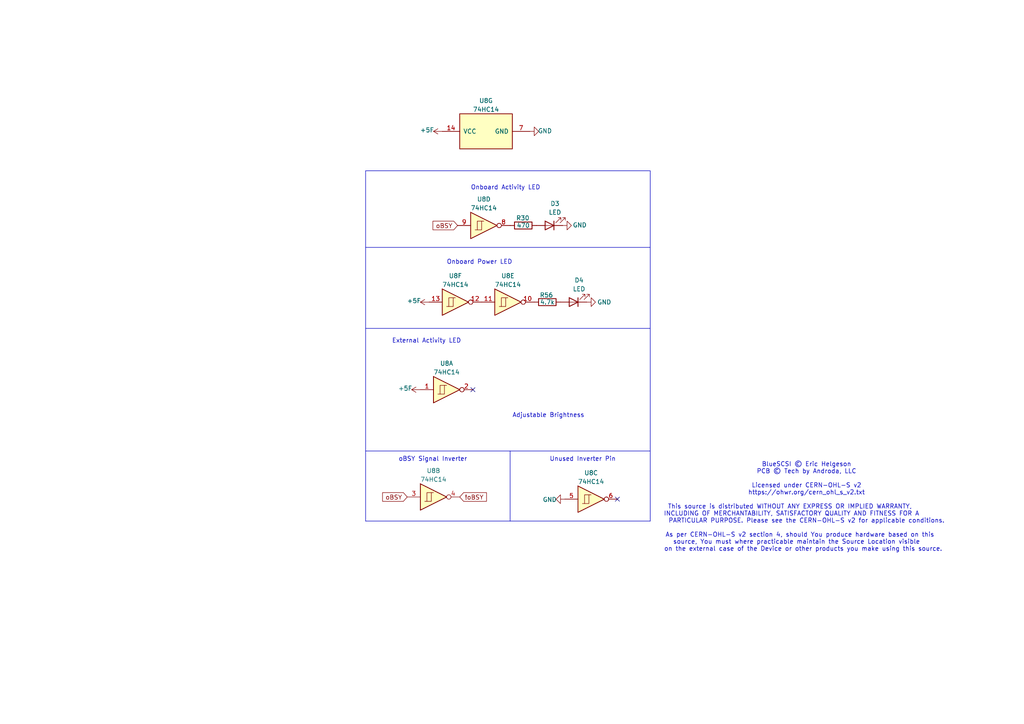
<source format=kicad_sch>
(kicad_sch (version 20231120) (generator "eeschema") (generator_version "8.0")
  (paper "A4")
  (title_block (title "BlueSCSI V2, Desktop 50 Pin, Top Connector, 2023.10a") (date "October 2023") (rev "1") (company "Tech by Androda, LLC"))
  (lib_symbols
    (symbol "74xx:74HC14" (pin_names (offset 1.016))
      (property "Reference" "U" (at 0 1.27 0))
      (property "Value" "74HC14" (at 0 -1.27 0))
      (symbol "74HC14_1_0"
        (polyline (pts (xy -3.81 3.81) (xy -3.81 -3.81) (xy 3.81 0) (xy -3.81 3.81)) (stroke (width 0.254)) (fill (type background)))
        (pin input line (at -7.62 0 0) (length 3.81) (name "~") (number "1"))
        (pin output inverted (at 7.62 0 180) (length 3.81) (name "~") (number "2"))
      )
      (symbol "74HC14_1_1"
        (polyline (pts (xy -1.905 -1.27) (xy -1.905 1.27) (xy -0.635 1.27)))
        (polyline (pts (xy -2.54 -1.27) (xy -0.635 -1.27) (xy -0.635 1.27) (xy 0 1.27)))
      )
      (symbol "74HC14_2_0"
        (polyline (pts (xy -3.81 3.81) (xy -3.81 -3.81) (xy 3.81 0) (xy -3.81 3.81)) (stroke (width 0.254)) (fill (type background)))
        (pin input line (at -7.62 0 0) (length 3.81) (name "~") (number "3"))
        (pin output inverted (at 7.62 0 180) (length 3.81) (name "~") (number "4"))
      )
      (symbol "74HC14_2_1"
        (polyline (pts (xy -1.905 -1.27) (xy -1.905 1.27) (xy -0.635 1.27)))
        (polyline (pts (xy -2.54 -1.27) (xy -0.635 -1.27) (xy -0.635 1.27) (xy 0 1.27)))
      )
      (symbol "74HC14_3_0"
        (polyline (pts (xy -3.81 3.81) (xy -3.81 -3.81) (xy 3.81 0) (xy -3.81 3.81)) (stroke (width 0.254)) (fill (type background)))
        (pin input line (at -7.62 0 0) (length 3.81) (name "~") (number "5"))
        (pin output inverted (at 7.62 0 180) (length 3.81) (name "~") (number "6"))
      )
      (symbol "74HC14_3_1"
        (polyline (pts (xy -1.905 -1.27) (xy -1.905 1.27) (xy -0.635 1.27)))
        (polyline (pts (xy -2.54 -1.27) (xy -0.635 -1.27) (xy -0.635 1.27) (xy 0 1.27)))
      )
      (symbol "74HC14_4_0"
        (polyline (pts (xy -3.81 3.81) (xy -3.81 -3.81) (xy 3.81 0) (xy -3.81 3.81)) (stroke (width 0.254)) (fill (type background)))
        (pin output inverted (at 7.62 0 180) (length 3.81) (name "~") (number "8"))
        (pin input line (at -7.62 0 0) (length 3.81) (name "~") (number "9"))
      )
      (symbol "74HC14_4_1"
        (polyline (pts (xy -1.905 -1.27) (xy -1.905 1.27) (xy -0.635 1.27)))
        (polyline (pts (xy -2.54 -1.27) (xy -0.635 -1.27) (xy -0.635 1.27) (xy 0 1.27)))
      )
      (symbol "74HC14_5_0"
        (polyline (pts (xy -3.81 3.81) (xy -3.81 -3.81) (xy 3.81 0) (xy -3.81 3.81)) (stroke (width 0.254)) (fill (type background)))
        (pin output inverted (at 7.62 0 180) (length 3.81) (name "~") (number "10"))
        (pin input line (at -7.62 0 0) (length 3.81) (name "~") (number "11"))
      )
      (symbol "74HC14_5_1"
        (polyline (pts (xy -1.905 -1.27) (xy -1.905 1.27) (xy -0.635 1.27)))
        (polyline (pts (xy -2.54 -1.27) (xy -0.635 -1.27) (xy -0.635 1.27) (xy 0 1.27)))
      )
      (symbol "74HC14_6_0"
        (polyline (pts (xy -3.81 3.81) (xy -3.81 -3.81) (xy 3.81 0) (xy -3.81 3.81)) (stroke (width 0.254)) (fill (type background)))
        (pin output inverted (at 7.62 0 180) (length 3.81) (name "~") (number "12"))
        (pin input line (at -7.62 0 0) (length 3.81) (name "~") (number "13"))
      )
      (symbol "74HC14_6_1"
        (polyline (pts (xy -1.905 -1.27) (xy -1.905 1.27) (xy -0.635 1.27)))
        (polyline (pts (xy -2.54 -1.27) (xy -0.635 -1.27) (xy -0.635 1.27) (xy 0 1.27)))
      )
      (symbol "74HC14_7_0"
        (pin power_in line (at 0 12.7 270) (length 5.08) (name "VCC") (number "14"))
        (pin power_in line (at 0 -12.7 90) (length 5.08) (name "GND") (number "7"))
      )
      (symbol "74HC14_7_1"
        (rectangle (start -5.08 7.62) (end 5.08 -7.62) (stroke (width 0.254)) (fill (type background)))
      )
    )
    (symbol "Device:LED" (pin_numbers hide) (pin_names (offset 1.016) hide)
      (property "Reference" "D" (at 0 2.54 0))
      (property "Value" "LED" (at 0 -2.54 0))
      (symbol "LED_0_1"
        (polyline (pts (xy -1.27 -1.27) (xy -1.27 1.27)) (stroke (width 0.254)))
        (polyline (pts (xy -1.27 0) (xy 1.27 0)))
        (polyline (pts (xy 1.27 -1.27) (xy 1.27 1.27) (xy -1.27 0) (xy 1.27 -1.27)) (stroke (width 0.254)))
        (polyline (pts (xy -3.048 -0.762) (xy -4.572 -2.286) (xy -3.81 -2.286) (xy -4.572 -2.286) (xy -4.572 -1.524)))
        (polyline (pts (xy -1.778 -0.762) (xy -3.302 -2.286) (xy -2.54 -2.286) (xy -3.302 -2.286) (xy -3.302 -1.524)))
      )
      (symbol "LED_1_1"
        (pin passive line (at -3.81 0 0) (length 2.54) (name "K") (number "1"))
        (pin passive line (at 3.81 0 180) (length 2.54) (name "A") (number "2"))
      )
    )
    (symbol "Device:R" (pin_numbers hide) (pin_names (offset 0))
      (property "Reference" "R" (at 2.032 0 90))
      (property "Value" "R" (at 0 0 90))
      (symbol "R_0_1"
        (rectangle (start -1.016 -2.54) (end 1.016 2.54) (stroke (width 0.254)))
      )
      (symbol "R_1_1"
        (pin passive line (at 0 3.81 270) (length 1.27) (name "~") (number "1"))
        (pin passive line (at 0 -3.81 90) (length 1.27) (name "~") (number "2"))
      )
    )
    (symbol "power:+5F" (power) (pin_names (offset 0))
      (property "Value" "+5F" (at 0 3.556 0))
      (symbol "+5F_0_1"
        (polyline (pts (xy -0.762 1.27) (xy 0 2.54)))
        (polyline (pts (xy 0 0) (xy 0 2.54)))
        (polyline (pts (xy 0 2.54) (xy 0.762 1.27)))
      )
      (symbol "+5F_1_1"
        (pin power_in line (at 0 0 90) (length 0) hide (name "+5F") (number "1"))
      )
    )
    (symbol "power:GND" (power) (pin_names (offset 0))
      (property "Value" "GND" (at 0 -3.81 0))
      (symbol "GND_0_1"
        (polyline (pts (xy 0 0) (xy 0 -1.27) (xy 1.27 -1.27) (xy 0 -2.54) (xy -1.27 -1.27) (xy 0 -1.27)))
      )
      (symbol "GND_1_1"
        (pin power_in line (at 0 0 270) (length 0) hide (name "GND") (number "1"))
      )
    )
  )
  (no_connect (at 137.16 113.03))
  (no_connect (at 179.07 144.78))
  (polyline (pts (xy 188.595 95.25) (xy 106.045 95.25)))
  (polyline (pts (xy 188.595 130.81) (xy 188.595 95.25)))
  (polyline (pts (xy 188.595 49.53) (xy 188.595 71.755)))
  (polyline (pts (xy 106.045 49.53) (xy 106.045 151.13)))
  (polyline (pts (xy 188.595 95.25) (xy 188.595 71.755)))
  (polyline (pts (xy 106.045 49.53) (xy 188.595 49.53)))
  (polyline (pts (xy 106.045 130.81) (xy 188.595 130.81)))
  (polyline (pts (xy 188.595 151.13) (xy 188.595 130.81)))
  (polyline (pts (xy 147.955 130.81) (xy 147.955 151.13)))
  (polyline (pts (xy 106.045 151.13) (xy 188.595 151.13)))
  (polyline (pts (xy 188.595 71.755) (xy 106.045 71.755)))
  (text "Onboard Power LED" (at 129.54 76.835 0) (effects (font (size 1.27 1.27)) (justify left bottom)))
  (text "Unused Inverter Pin" (at 159.385 133.985 0) (effects (font (size 1.27 1.27)) (justify left bottom)))
  (text "oBSY Signal Inverter" (at 115.57 133.985 0) (effects (font (size 1.27 1.27)) (justify left bottom)))
  (text "Onboard Activity LED" (at 136.525 55.245 0) (effects (font (size 1.27 1.27)) (justify left bottom)))
  (text "BlueSCSI © Eric Helgeson\nPCB © Tech by Androda, LLC\n\nLicensed under CERN-OHL-S v2\nhttps://ohwr.org/cern_ohl_s_v2.txt\n\nThis source is distributed WITHOUT ANY EXPRESS OR IMPLIED WARRANTY,          \nINCLUDING OF MERCHANTABILITY, SATISFACTORY QUALITY AND FITNESS FOR A         \nPARTICULAR PURPOSE. Please see the CERN-OHL-S v2 for applicable conditions.\n\nAs per CERN-OHL-S v2 section 4, should You produce hardware based on this    \nsource, You must where practicable maintain the Source Location visible      \non the external case of the Device or other products you make using this source.  \n" (at 233.934 147.066 0) (effects (font (size 1.27 1.27))))
  (text "Adjustable Brightness" (at 148.59 121.285 0) (effects (font (size 1.27 1.27)) (justify left bottom)))
  (text "External Activity LED" (at 113.665 99.695 0) (effects (font (size 1.27 1.27)) (justify left bottom)))
  (global_label "oBSY" (shape input) (at 132.715 65.405 180) (property "Intersheetrefs" "${INTERSHEET_REFS}" (effects (hide yes))))
  (global_label "!oBSY" (shape input) (at 133.35 144.145 0) (property "Intersheetrefs" "${INTERSHEET_REFS}" (effects (hide yes))))
  (global_label "oBSY" (shape input) (at 118.11 144.145 180) (property "Intersheetrefs" "${INTERSHEET_REFS}" (effects (hide yes))))
  (symbol (lib_id "power:GND") (at 153.67 38.1 90) (unit 1)
    (property "Reference" "#PWR041" (effects (hide yes)))
    (property "Value" "GND" (at 158.0642 37.973 90))
  )
  (symbol (lib_id "74xx:74HC14") (at 140.335 65.405 0) (unit 4)
    (property "Reference" "U8" (at 140.335 57.785 0))
    (property "Value" "74HC14" (at 140.335 60.325 0))
    (property "Footprint" "Package_SO:SO-14_3.9x8.65mm_P1.27mm" (effects (hide yes)))
    (property "Datasheet" "http://www.ti.com/lit/gpn/sn74HC14" (effects (hide yes)))
    (property "JLC Part #" "C5605" (effects (hide yes)))
    (property "LCSC" "C5356103" (effects (hide yes)))
  )
  (symbol (lib_id "74xx:74HC14") (at 171.45 144.78 0) (unit 3)
    (property "Reference" "U8" (at 171.45 137.16 0))
    (property "Value" "74HC14" (at 171.45 139.7 0))
    (property "Footprint" "Package_SO:SO-14_3.9x8.65mm_P1.27mm" (effects (hide yes)))
    (property "Datasheet" "http://www.ti.com/lit/gpn/sn74HC14" (effects (hide yes)))
    (property "JLC Part #" "C5605" (effects (hide yes)))
    (property "LCSC" "C5356103" (effects (hide yes)))
  )
  (symbol (lib_id "74xx:74HC14") (at 132.08 87.63 0) (unit 6)
    (property "Reference" "U8" (at 132.08 80.01 0))
    (property "Value" "74HC14" (at 132.08 82.55 0))
    (property "Footprint" "Package_SO:SO-14_3.9x8.65mm_P1.27mm" (effects (hide yes)))
    (property "Datasheet" "http://www.ti.com/lit/gpn/sn74HC14" (effects (hide yes)))
    (property "JLC Part #" "C5605" (effects (hide yes)))
    (property "LCSC" "C5356103" (effects (hide yes)))
  )
  (symbol (lib_id "Device:R") (at 158.75 87.63 90) (unit 1)
    (property "Reference" "R56" (at 158.496 85.598 90))
    (property "Value" "4.7k" (at 158.75 87.63 90))
    (property "Footprint" "Resistor_SMD:R_0603_1608Metric" (effects (hide yes)))
    (property "LCSC" "C23162" (effects (hide yes)))
  )
  (symbol (lib_id "power:+5F") (at 128.27 38.1 90) (unit 1)
    (property "Reference" "#PWR038" (effects (hide yes)))
    (property "Value" "+5F" (at 123.8758 37.719 90))
  )
  (symbol (lib_id "power:GND") (at 170.18 87.63 90) (unit 1)
    (property "Reference" "#PWR035" (effects (hide yes)))
    (property "Value" "GND" (at 175.26 87.63 90))
  )
  (symbol (lib_id "74xx:74HC14") (at 129.54 113.03 0) (unit 1)
    (property "Reference" "U8" (at 129.54 105.41 0))
    (property "Value" "74HC14" (at 129.54 107.95 0))
    (property "Footprint" "Package_SO:SO-14_3.9x8.65mm_P1.27mm" (effects (hide yes)))
    (property "Datasheet" "http://www.ti.com/lit/gpn/sn74HC14" (effects (hide yes)))
    (property "JLC Part #" "C5605" (effects (hide yes)))
    (property "LCSC" "C5356103" (effects (hide yes)))
  )
  (symbol (lib_id "74xx:74HC14") (at 140.97 38.1 90) (unit 7)
    (property "Reference" "U8" (at 140.97 29.21 90))
    (property "Value" "74HC14" (at 140.97 31.75 90))
    (property "Footprint" "Package_SO:SO-14_3.9x8.65mm_P1.27mm" (effects (hide yes)))
    (property "Datasheet" "http://www.ti.com/lit/gpn/sn74HC14" (effects (hide yes)))
    (property "JLC Part #" "C5605" (effects (hide yes)))
    (property "LCSC" "C5356103" (effects (hide yes)))
  )
  (symbol (lib_id "Device:LED") (at 159.385 65.405 180) (unit 1)
    (property "Reference" "D3" (at 160.9725 59.055 0))
    (property "Value" "LED" (at 160.9725 61.595 0))
    (property "Footprint" "LED_SMD:LED_0805_2012Metric" (effects (hide yes)))
    (property "JLCPCB Part Number" "C72041" (effects (hide yes)))
    (property "LCSC" "C2297" (effects (hide yes)))
  )
  (symbol (lib_id "power:GND") (at 163.83 144.78 270) (unit 1)
    (property "Reference" "#PWR059" (effects (hide yes)))
    (property "Value" "GND" (at 159.4358 144.907 90))
  )
  (symbol (lib_id "74xx:74HC14") (at 125.73 144.145 0) (unit 2)
    (property "Reference" "U8" (at 125.73 136.525 0))
    (property "Value" "74HC14" (at 125.73 139.065 0))
    (property "Footprint" "Package_SO:SO-14_3.9x8.65mm_P1.27mm" (effects (hide yes)))
    (property "Datasheet" "http://www.ti.com/lit/gpn/sn74HC14" (effects (hide yes)))
    (property "JLC Part #" "C5605" (effects (hide yes)))
    (property "LCSC" "C5356103" (effects (hide yes)))
  )
  (symbol (lib_id "Device:LED") (at 166.37 87.63 180) (unit 1)
    (property "Reference" "D4" (at 167.9575 81.28 0))
    (property "Value" "LED" (at 167.9575 83.82 0))
    (property "Footprint" "LED_SMD:LED_0805_2012Metric" (effects (hide yes)))
    (property "JLCPCB Part #" "C2290" (effects (hide yes)))
    (property "LCSC" "C2297" (effects (hide yes)))
  )
  (symbol (lib_id "Device:R") (at 151.765 65.405 90) (unit 1)
    (property "Reference" "R30" (at 151.638 63.246 90))
    (property "Value" "470" (at 151.765 65.405 90))
    (property "Footprint" "Resistor_SMD:R_0402_1005Metric" (effects (hide yes)))
    (property "LCSC" "C25117" (effects (hide yes)))
  )
  (symbol (lib_id "power:+5F") (at 124.46 87.63 90) (unit 1)
    (property "Reference" "#PWR014" (effects (hide yes)))
    (property "Value" "+5F" (at 120.0658 87.249 90))
  )
  (symbol (lib_id "power:+5F") (at 121.92 113.03 90) (unit 1)
    (property "Reference" "#PWR01" (effects (hide yes)))
    (property "Value" "+5F" (at 117.5258 112.649 90))
  )
  (symbol (lib_id "power:GND") (at 163.195 65.405 90) (unit 1)
    (property "Reference" "#PWR017" (effects (hide yes)))
    (property "Value" "GND" (at 168.148 65.278 90))
  )
  (symbol (lib_id "74xx:74HC14") (at 147.32 87.63 0) (unit 5)
    (property "Reference" "U8" (at 147.32 80.01 0))
    (property "Value" "74HC14" (at 147.32 82.55 0))
    (property "Footprint" "Package_SO:SO-14_3.9x8.65mm_P1.27mm" (effects (hide yes)))
    (property "Datasheet" "http://www.ti.com/lit/gpn/sn74HC14" (effects (hide yes)))
    (property "JLC Part #" "C5605" (effects (hide yes)))
    (property "LCSC" "C5356103" (effects (hide yes)))
  )
)
</source>
